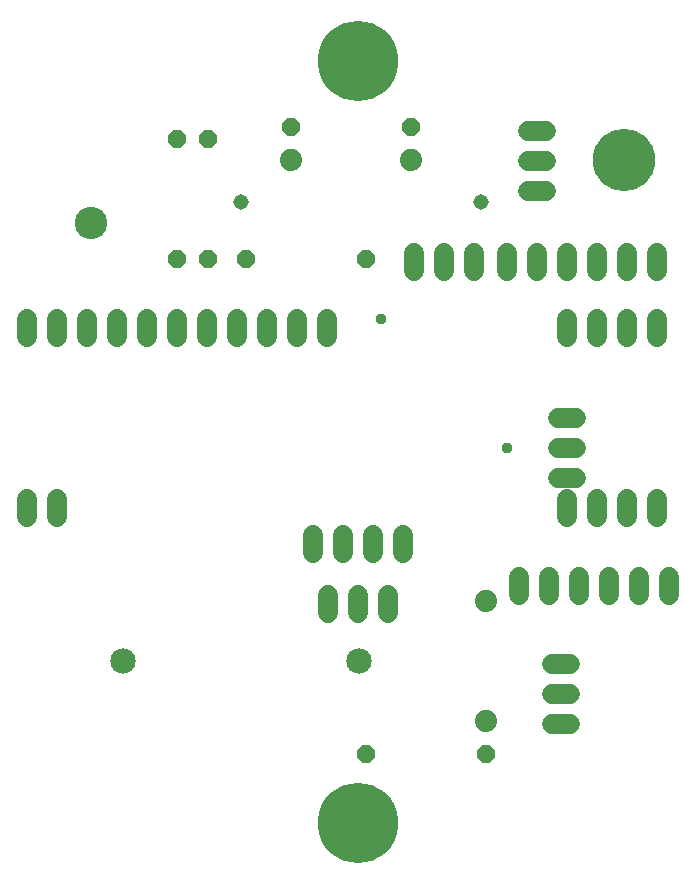
<source format=gbr>
G04 EAGLE Gerber RS-274X export*
G75*
%MOMM*%
%FSLAX34Y34*%
%LPD*%
%INSoldermask Bottom*%
%IPPOS*%
%AMOC8*
5,1,8,0,0,1.08239X$1,22.5*%
G01*
%ADD10C,6.807200*%
%ADD11C,2.743200*%
%ADD12C,5.283200*%
%ADD13C,2.153200*%
%ADD14C,1.879600*%
%ADD15C,1.727200*%
%ADD16P,1.649562X8X22.500000*%
%ADD17P,1.649562X8X112.500000*%
%ADD18P,1.649562X8X202.500000*%
%ADD19C,1.311200*%
%ADD20C,0.959600*%


D10*
X552450Y-33020D03*
D11*
X326390Y474980D03*
D10*
X552450Y612140D03*
D12*
X777240Y528320D03*
D13*
X352840Y104140D03*
X552840Y104140D03*
D14*
X596900Y528320D03*
X495300Y528320D03*
X660400Y53340D03*
X660400Y154940D03*
D15*
X271780Y226060D02*
X271780Y241300D01*
X297180Y241300D02*
X297180Y226060D01*
X721360Y309880D02*
X736600Y309880D01*
X736600Y284480D02*
X721360Y284480D01*
X721360Y259080D02*
X736600Y259080D01*
X577850Y160020D02*
X577850Y144780D01*
X552450Y144780D02*
X552450Y160020D01*
X527050Y160020D02*
X527050Y144780D01*
X805180Y434340D02*
X805180Y449580D01*
X779780Y449580D02*
X779780Y434340D01*
X754380Y434340D02*
X754380Y449580D01*
X728980Y449580D02*
X728980Y434340D01*
X703580Y434340D02*
X703580Y449580D01*
X678180Y449580D02*
X678180Y434340D01*
X815340Y175260D02*
X815340Y160020D01*
X789940Y160020D02*
X789940Y175260D01*
X764540Y175260D02*
X764540Y160020D01*
X739140Y160020D02*
X739140Y175260D01*
X713740Y175260D02*
X713740Y160020D01*
X688340Y160020D02*
X688340Y175260D01*
X590550Y195580D02*
X590550Y210820D01*
X565150Y210820D02*
X565150Y195580D01*
X539750Y195580D02*
X539750Y210820D01*
X514350Y210820D02*
X514350Y195580D01*
X271780Y378460D02*
X271780Y393700D01*
X297180Y393700D02*
X297180Y378460D01*
X322580Y378460D02*
X322580Y393700D01*
X347980Y393700D02*
X347980Y378460D01*
X373380Y378460D02*
X373380Y393700D01*
X398780Y393700D02*
X398780Y378460D01*
X424180Y378460D02*
X424180Y393700D01*
X449580Y393700D02*
X449580Y378460D01*
X474980Y378460D02*
X474980Y393700D01*
X500380Y393700D02*
X500380Y378460D01*
X525780Y378460D02*
X525780Y393700D01*
X728980Y393700D02*
X728980Y378460D01*
X754380Y378460D02*
X754380Y393700D01*
X779780Y393700D02*
X779780Y378460D01*
X805180Y378460D02*
X805180Y393700D01*
X728980Y241300D02*
X728980Y226060D01*
X754380Y226060D02*
X754380Y241300D01*
X779780Y241300D02*
X779780Y226060D01*
X805180Y226060D02*
X805180Y241300D01*
X650240Y434340D02*
X650240Y449580D01*
X624840Y449580D02*
X624840Y434340D01*
X599440Y434340D02*
X599440Y449580D01*
X695960Y501650D02*
X711200Y501650D01*
X711200Y527050D02*
X695960Y527050D01*
X695960Y552450D02*
X711200Y552450D01*
X716280Y50800D02*
X731520Y50800D01*
X731520Y76200D02*
X716280Y76200D01*
X716280Y101600D02*
X731520Y101600D01*
D16*
X495300Y556260D03*
X596900Y556260D03*
X558800Y25400D03*
X660400Y25400D03*
D17*
X425450Y444500D03*
X425450Y546100D03*
X398780Y444500D03*
X398780Y546100D03*
D18*
X558800Y444500D03*
X457200Y444500D03*
D19*
X453390Y492760D03*
X656590Y492760D03*
D20*
X571500Y393700D03*
X678180Y284480D03*
M02*

</source>
